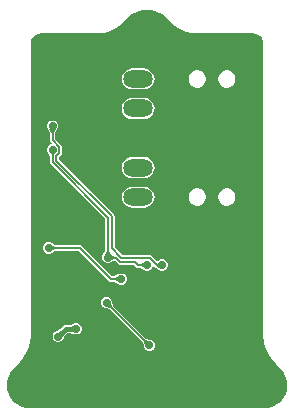
<source format=gbr>
%TF.GenerationSoftware,Altium Limited,Altium Designer,22.4.2 (48)*%
G04 Layer_Physical_Order=2*
G04 Layer_Color=15441517*
%FSLAX45Y45*%
%MOMM*%
%TF.SameCoordinates,536C032F-4EC3-470D-9469-351792C50264*%
%TF.FilePolarity,Positive*%
%TF.FileFunction,Copper,L2,Bot,Signal*%
%TF.Part,Single*%
G01*
G75*
%TA.AperFunction,Conductor*%
%ADD25C,0.12700*%
%ADD26C,0.20320*%
%ADD29C,0.38100*%
%TA.AperFunction,ComponentPad*%
G04:AMPARAMS|DCode=32|XSize=2.5mm|YSize=1.5mm|CornerRadius=0.75mm|HoleSize=0mm|Usage=FLASHONLY|Rotation=0.000|XOffset=0mm|YOffset=0mm|HoleType=Round|Shape=RoundedRectangle|*
%AMROUNDEDRECTD32*
21,1,2.50000,0.00000,0,0,0.0*
21,1,1.00000,1.50000,0,0,0.0*
1,1,1.50000,0.50000,0.00000*
1,1,1.50000,-0.50000,0.00000*
1,1,1.50000,-0.50000,0.00000*
1,1,1.50000,0.50000,0.00000*
%
%ADD32ROUNDEDRECTD32*%
G04:AMPARAMS|DCode=33|XSize=2.5mm|YSize=1.5mm|CornerRadius=0.75mm|HoleSize=0mm|Usage=FLASHONLY|Rotation=270.000|XOffset=0mm|YOffset=0mm|HoleType=Round|Shape=RoundedRectangle|*
%AMROUNDEDRECTD33*
21,1,2.50000,0.00000,0,0,270.0*
21,1,1.00000,1.50000,0,0,270.0*
1,1,1.50000,0.00000,-0.50000*
1,1,1.50000,0.00000,0.50000*
1,1,1.50000,0.00000,0.50000*
1,1,1.50000,0.00000,-0.50000*
%
%ADD33ROUNDEDRECTD33*%
%TA.AperFunction,ViaPad*%
%ADD34C,3.70000*%
%ADD35C,0.70000*%
G36*
X0Y185713D02*
X1786Y186452D01*
X44490Y182246D01*
X87271Y169269D01*
X126697Y148195D01*
X159868Y120973D01*
X160608Y119187D01*
X200095Y79700D01*
X200389Y79578D01*
X238442Y47077D01*
X281363Y20776D01*
X327869Y1512D01*
X376817Y-10239D01*
X426706Y-14166D01*
X427000Y-14288D01*
X900000D01*
X901018Y-13866D01*
X922328Y-16671D01*
X943134Y-25290D01*
X961001Y-38999D01*
X974710Y-56866D01*
X983328Y-77672D01*
X984617Y-87457D01*
X985712Y-100000D01*
X985712Y-100000D01*
X985713Y-112680D01*
Y-2448736D01*
Y-2573000D01*
X985834Y-2573295D01*
X989761Y-2623183D01*
X1001512Y-2672131D01*
X1020776Y-2718637D01*
X1047077Y-2761558D01*
X1079578Y-2799611D01*
X1079700Y-2799905D01*
X1089897Y-2810102D01*
X1089897Y-2810103D01*
X1119186Y-2839392D01*
X1120973Y-2840132D01*
X1148195Y-2873302D01*
X1169269Y-2912729D01*
X1182246Y-2955510D01*
X1186452Y-2998214D01*
X1185712Y-3000000D01*
X1186290Y-3001395D01*
X1182845Y-3036370D01*
X1172237Y-3071343D01*
X1155009Y-3103574D01*
X1131824Y-3131824D01*
X1103574Y-3155009D01*
X1071343Y-3172237D01*
X1036370Y-3182846D01*
X1001395Y-3186290D01*
X1000000Y-3185712D01*
X-1000000D01*
X-1001396Y-3186290D01*
X-1036371Y-3182846D01*
X-1071343Y-3172237D01*
X-1103574Y-3155009D01*
X-1131825Y-3131824D01*
X-1155009Y-3103574D01*
X-1172237Y-3071343D01*
X-1182846Y-3036370D01*
X-1185196Y-3012510D01*
X-1185712Y-3000000D01*
X-1185712D01*
X-1185390Y-2987433D01*
X-1182246Y-2955509D01*
X-1169269Y-2912729D01*
X-1148195Y-2873302D01*
X-1120973Y-2840132D01*
X-1119186Y-2839392D01*
X-1089897Y-2810103D01*
X-1079700Y-2799905D01*
X-1079700Y-2799905D01*
X-1079700Y-2799905D01*
X-1079578Y-2799611D01*
X-1047077Y-2761558D01*
X-1020776Y-2718637D01*
X-1001512Y-2672131D01*
X-989761Y-2623183D01*
X-985834Y-2573294D01*
X-985713Y-2573000D01*
Y-2448736D01*
Y-100000D01*
X-986134Y-98982D01*
X-983329Y-77672D01*
X-974711Y-56866D01*
X-961001Y-38999D01*
X-943134Y-25290D01*
X-922328Y-16671D01*
X-901018Y-13866D01*
X-900000Y-14288D01*
X-427000D01*
X-426706Y-14166D01*
X-376817Y-10239D01*
X-327870Y1512D01*
X-281363Y20776D01*
X-238442Y47077D01*
X-200389Y79578D01*
X-200095Y79700D01*
X-160608Y119186D01*
X-159868Y120973D01*
X-126698Y148195D01*
X-87271Y169269D01*
X-44490Y182246D01*
X-1786Y186452D01*
X0Y185713D01*
D02*
G37*
%LPC*%
G36*
X684571Y-327300D02*
X665429D01*
X646939Y-332254D01*
X630361Y-341826D01*
X616826Y-355361D01*
X607254Y-371939D01*
X602300Y-390429D01*
Y-409571D01*
X607254Y-428061D01*
X616826Y-444639D01*
X630361Y-458174D01*
X646939Y-467746D01*
X665429Y-472700D01*
X684571D01*
X703061Y-467746D01*
X719639Y-458174D01*
X733174Y-444639D01*
X742746Y-428061D01*
X747700Y-409571D01*
Y-390429D01*
X742746Y-371939D01*
X733174Y-355361D01*
X719639Y-341826D01*
X703061Y-332254D01*
X684571Y-327300D01*
D02*
G37*
G36*
X434571D02*
X415429D01*
X396939Y-332254D01*
X380361Y-341826D01*
X366826Y-355361D01*
X357254Y-371939D01*
X352300Y-390429D01*
Y-409571D01*
X357254Y-428061D01*
X366826Y-444639D01*
X380361Y-458174D01*
X396939Y-467746D01*
X415429Y-472700D01*
X434571D01*
X453061Y-467746D01*
X469639Y-458174D01*
X483174Y-444639D01*
X492746Y-428061D01*
X497700Y-409571D01*
Y-390429D01*
X492746Y-371939D01*
X483174Y-355361D01*
X469639Y-341826D01*
X453061Y-332254D01*
X434571Y-327300D01*
D02*
G37*
G36*
X-25000Y-311543D02*
X-125000D01*
X-147895Y-314557D01*
X-169229Y-323394D01*
X-187549Y-337452D01*
X-201606Y-355772D01*
X-210443Y-377106D01*
X-213457Y-400000D01*
X-210443Y-422894D01*
X-201606Y-444228D01*
X-187549Y-462548D01*
X-169229Y-476606D01*
X-147895Y-485443D01*
X-125000Y-488456D01*
X-25000D01*
X-2106Y-485443D01*
X19228Y-476606D01*
X37548Y-462548D01*
X51606Y-444228D01*
X60443Y-422894D01*
X63457Y-400000D01*
X60443Y-377106D01*
X51606Y-355772D01*
X37548Y-337452D01*
X19228Y-323394D01*
X-2106Y-314557D01*
X-25000Y-311543D01*
D02*
G37*
G36*
Y-561543D02*
X-125000D01*
X-147895Y-564557D01*
X-169229Y-573394D01*
X-187549Y-587452D01*
X-201606Y-605772D01*
X-210443Y-627106D01*
X-213457Y-650000D01*
X-210443Y-672894D01*
X-201606Y-694228D01*
X-187549Y-712548D01*
X-169229Y-726606D01*
X-147895Y-735443D01*
X-125000Y-738456D01*
X-25000D01*
X-2106Y-735443D01*
X19228Y-726606D01*
X37548Y-712548D01*
X51606Y-694228D01*
X60443Y-672894D01*
X63457Y-650000D01*
X60443Y-627106D01*
X51606Y-605772D01*
X37548Y-587452D01*
X19228Y-573394D01*
X-2106Y-564557D01*
X-25000Y-561543D01*
D02*
G37*
G36*
Y-1061543D02*
X-125000D01*
X-147895Y-1064557D01*
X-169229Y-1073394D01*
X-187549Y-1087452D01*
X-201606Y-1105772D01*
X-210443Y-1127106D01*
X-213457Y-1150000D01*
X-210443Y-1172894D01*
X-201606Y-1194228D01*
X-187549Y-1212548D01*
X-169229Y-1226606D01*
X-147895Y-1235443D01*
X-125000Y-1238457D01*
X-25000D01*
X-2106Y-1235443D01*
X19228Y-1226606D01*
X37548Y-1212548D01*
X51606Y-1194228D01*
X60443Y-1172894D01*
X63457Y-1150000D01*
X60443Y-1127106D01*
X51606Y-1105772D01*
X37548Y-1087452D01*
X19228Y-1073394D01*
X-2106Y-1064557D01*
X-25000Y-1061543D01*
D02*
G37*
G36*
X684571Y-1327300D02*
X665429D01*
X646939Y-1332254D01*
X630361Y-1341826D01*
X616826Y-1355361D01*
X607254Y-1371939D01*
X602300Y-1390429D01*
Y-1409571D01*
X607254Y-1428061D01*
X616826Y-1444639D01*
X630361Y-1458174D01*
X646939Y-1467746D01*
X665429Y-1472700D01*
X684571D01*
X703061Y-1467746D01*
X719639Y-1458174D01*
X733174Y-1444639D01*
X742746Y-1428061D01*
X747700Y-1409571D01*
Y-1390429D01*
X742746Y-1371939D01*
X733174Y-1355361D01*
X719639Y-1341826D01*
X703061Y-1332254D01*
X684571Y-1327300D01*
D02*
G37*
G36*
X434571D02*
X415429D01*
X396939Y-1332254D01*
X380361Y-1341826D01*
X366826Y-1355361D01*
X357254Y-1371939D01*
X352300Y-1390429D01*
Y-1409571D01*
X357254Y-1428061D01*
X366826Y-1444639D01*
X380361Y-1458174D01*
X396939Y-1467746D01*
X415429Y-1472700D01*
X434571D01*
X453061Y-1467746D01*
X469639Y-1458174D01*
X483174Y-1444639D01*
X492746Y-1428061D01*
X497700Y-1409571D01*
Y-1390429D01*
X492746Y-1371939D01*
X483174Y-1355361D01*
X469639Y-1341826D01*
X453061Y-1332254D01*
X434571Y-1327300D01*
D02*
G37*
G36*
X-25000Y-1311543D02*
X-125000D01*
X-147895Y-1314557D01*
X-169229Y-1323394D01*
X-187549Y-1337452D01*
X-201606Y-1355772D01*
X-210443Y-1377106D01*
X-213457Y-1400000D01*
X-210443Y-1422894D01*
X-201606Y-1444228D01*
X-187549Y-1462548D01*
X-169229Y-1476606D01*
X-147895Y-1485443D01*
X-125000Y-1488457D01*
X-25000D01*
X-2106Y-1485443D01*
X19228Y-1476606D01*
X37548Y-1462548D01*
X51606Y-1444228D01*
X60443Y-1422894D01*
X63457Y-1400000D01*
X60443Y-1377106D01*
X51606Y-1355772D01*
X37548Y-1337452D01*
X19228Y-1323394D01*
X-2106Y-1314557D01*
X-25000Y-1311543D01*
D02*
G37*
G36*
X-790512Y-752300D02*
X-809488D01*
X-827020Y-759562D01*
X-840438Y-772980D01*
X-847700Y-790512D01*
Y-809488D01*
X-840438Y-827020D01*
X-840135Y-827322D01*
X-840120Y-827479D01*
X-823308Y-859049D01*
Y-916398D01*
X-821534Y-925317D01*
X-816481Y-932879D01*
X-808793Y-940567D01*
X-813400Y-953921D01*
X-827020Y-959562D01*
X-840438Y-972980D01*
X-847700Y-990512D01*
Y-1009488D01*
X-840438Y-1027020D01*
X-840135Y-1027322D01*
X-840120Y-1027479D01*
X-823308Y-1059049D01*
Y-1106939D01*
X-821534Y-1115859D01*
X-816481Y-1123420D01*
X-355265Y-1584636D01*
Y-1853199D01*
X-372078Y-1884769D01*
X-372093Y-1884926D01*
X-372395Y-1885229D01*
X-379657Y-1902760D01*
Y-1921737D01*
X-372395Y-1939268D01*
X-358977Y-1952686D01*
X-341446Y-1959948D01*
X-322469D01*
X-304938Y-1952686D01*
X-304635Y-1952384D01*
X-304478Y-1952369D01*
X-275220Y-1936787D01*
X-247465Y-1964543D01*
X-239903Y-1969596D01*
X-230984Y-1971370D01*
X-110764D01*
X-90653Y-1991481D01*
X-83092Y-1996533D01*
X-74172Y-1998308D01*
X-59049D01*
X-27479Y-2015120D01*
X-27322Y-2015135D01*
X-27020Y-2015438D01*
X-9488Y-2022700D01*
X9488D01*
X27020Y-2015438D01*
X40438Y-2002020D01*
X45945Y-1988725D01*
X59433Y-1984252D01*
X66662Y-1991481D01*
X74224Y-1996534D01*
X75875Y-1996862D01*
X91896Y-2008322D01*
X93157Y-2008615D01*
X99980Y-2015438D01*
X117512Y-2022700D01*
X136488D01*
X154020Y-2015438D01*
X167438Y-2002020D01*
X174700Y-1984488D01*
Y-1965512D01*
X167438Y-1947980D01*
X154020Y-1934562D01*
X136488Y-1927300D01*
X117512D01*
X99980Y-1934562D01*
X93157Y-1941385D01*
X91896Y-1941678D01*
X86584Y-1945478D01*
X39666Y-1898561D01*
X32105Y-1893508D01*
X23185Y-1891734D01*
X-207652D01*
X-275630Y-1823757D01*
Y-1561305D01*
X-277404Y-1552385D01*
X-282456Y-1544824D01*
X-743672Y-1083608D01*
Y-1059893D01*
X-725659Y-1041880D01*
X-720606Y-1034318D01*
X-718832Y-1025399D01*
Y-974258D01*
X-720606Y-965339D01*
X-725659Y-957777D01*
X-776692Y-906744D01*
Y-859049D01*
X-759880Y-827479D01*
X-759864Y-827322D01*
X-759562Y-827020D01*
X-752300Y-809488D01*
Y-790512D01*
X-759562Y-772980D01*
X-772980Y-759562D01*
X-790512Y-752300D01*
D02*
G37*
G36*
X-824757Y-1783622D02*
X-843734D01*
X-861265Y-1790883D01*
X-874684Y-1804302D01*
X-881945Y-1821833D01*
Y-1840810D01*
X-874684Y-1858341D01*
X-861265Y-1871760D01*
X-843734Y-1879021D01*
X-824757D01*
X-807226Y-1871760D01*
X-806923Y-1871457D01*
X-806766Y-1871442D01*
X-775196Y-1854629D01*
X-578333D01*
X-321481Y-2111481D01*
X-313919Y-2116534D01*
X-305000Y-2118308D01*
X-275872D01*
X-244302Y-2135120D01*
X-244145Y-2135136D01*
X-243843Y-2135438D01*
X-226311Y-2142700D01*
X-207335D01*
X-189803Y-2135438D01*
X-176385Y-2122020D01*
X-169123Y-2104488D01*
Y-2085512D01*
X-176385Y-2067980D01*
X-189803Y-2054562D01*
X-207335Y-2047300D01*
X-226311D01*
X-243843Y-2054562D01*
X-244145Y-2054865D01*
X-244302Y-2054880D01*
X-275872Y-2071692D01*
X-295346D01*
X-552198Y-1814840D01*
X-559759Y-1809788D01*
X-568679Y-1808014D01*
X-775196D01*
X-806766Y-1791201D01*
X-806923Y-1791186D01*
X-807226Y-1790883D01*
X-824757Y-1783622D01*
D02*
G37*
G36*
X-592131Y-2467881D02*
X-611108D01*
X-627812Y-2474800D01*
X-655422Y-2483208D01*
X-686356D01*
X-698745Y-2485672D01*
X-709247Y-2492690D01*
X-737499Y-2520942D01*
X-762969Y-2534520D01*
X-779672Y-2541438D01*
X-793090Y-2554857D01*
X-800352Y-2572388D01*
Y-2591365D01*
X-793090Y-2608896D01*
X-779672Y-2622315D01*
X-762140Y-2629576D01*
X-743164D01*
X-725633Y-2622315D01*
X-712214Y-2608896D01*
X-705296Y-2592193D01*
X-691718Y-2566723D01*
X-672947Y-2547952D01*
X-655421D01*
X-627812Y-2556361D01*
X-611108Y-2563280D01*
X-592131D01*
X-574600Y-2556019D01*
X-561182Y-2542600D01*
X-553920Y-2525069D01*
Y-2506092D01*
X-561182Y-2488561D01*
X-574600Y-2475142D01*
X-592131Y-2467881D01*
D02*
G37*
G36*
X-333454Y-2246109D02*
X-352431D01*
X-369962Y-2253371D01*
X-383380Y-2266789D01*
X-390642Y-2284321D01*
Y-2303297D01*
X-383380Y-2320828D01*
X-369962Y-2334247D01*
X-352431Y-2341509D01*
X-351424D01*
X-350924Y-2341863D01*
X-313930Y-2350290D01*
X-36660Y-2627560D01*
X-28233Y-2664554D01*
X-27879Y-2665054D01*
Y-2666061D01*
X-20617Y-2683592D01*
X-7198Y-2697011D01*
X10333Y-2704272D01*
X29310D01*
X46841Y-2697011D01*
X60259Y-2683592D01*
X67521Y-2666061D01*
Y-2647084D01*
X60259Y-2629553D01*
X46841Y-2616134D01*
X29310Y-2608873D01*
X28303D01*
X27803Y-2608518D01*
X-9191Y-2600092D01*
X-286461Y-2322821D01*
X-294888Y-2285827D01*
X-295242Y-2285327D01*
Y-2284321D01*
X-302504Y-2266789D01*
X-315923Y-2253371D01*
X-333454Y-2246109D01*
D02*
G37*
%LPD*%
G36*
X-789840Y-854493D02*
X-810160D01*
X-827987Y-821017D01*
X-772013D01*
X-789840Y-854493D01*
D02*
G37*
G36*
X-306392Y-1886683D02*
X-277465Y-1902088D01*
Y-1922408D01*
X-310940Y-1940235D01*
Y-1891231D01*
X-359944D01*
X-342117Y-1857755D01*
X-321797D01*
X-306392Y-1886683D01*
D02*
G37*
G36*
X99894Y-1997142D02*
X83143Y-1985160D01*
Y-1964840D01*
X99894Y-1952859D01*
Y-1997142D01*
D02*
G37*
G36*
X-21017Y-2002987D02*
X-54493Y-1985160D01*
Y-1964840D01*
X-21017Y-1947013D01*
Y-2002987D01*
D02*
G37*
G36*
X-779753Y-1821161D02*
Y-1841481D01*
X-813228Y-1859308D01*
Y-1803334D01*
X-779753Y-1821161D01*
D02*
G37*
G36*
X-237841Y-2122987D02*
X-271316Y-2105160D01*
Y-2084840D01*
X-237841Y-2067013D01*
Y-2122987D01*
D02*
G37*
G36*
X-622637Y-2543567D02*
X-651981Y-2534630D01*
Y-2496530D01*
X-622637Y-2487593D01*
Y-2543567D01*
D02*
G37*
G36*
X-703571Y-2559736D02*
X-718001Y-2586805D01*
X-757581Y-2547225D01*
X-730512Y-2532795D01*
X-703571Y-2559736D01*
D02*
G37*
G36*
X-299265Y-2328506D02*
X-308245Y-2337486D01*
X-347871Y-2328460D01*
X-308291Y-2288880D01*
X-299265Y-2328506D01*
D02*
G37*
G36*
X24750Y-2621921D02*
X-14830Y-2661501D01*
X-23856Y-2621875D01*
X-14876Y-2612895D01*
X24750Y-2621921D01*
D02*
G37*
D25*
X-342942Y-2293809D02*
X19821Y-2656573D01*
D26*
X-766980Y-1093262D02*
X-298937Y-1561305D01*
X-766980Y-1093262D02*
Y-1050239D01*
X-298937Y-1833411D02*
Y-1569578D01*
Y-1561305D01*
X-331957Y-1912248D02*
Y-1574982D01*
X-800000Y-1106939D02*
Y-1000000D01*
Y-1106939D02*
X-331957Y-1574982D01*
X-766980Y-1050239D02*
X-742140Y-1025399D01*
Y-974258D01*
X-800000Y-916398D02*
X-742140Y-974258D01*
X-800000Y-916398D02*
Y-800000D01*
X-217306Y-1915042D02*
X23185D01*
X83143Y-1975000D02*
X127000D01*
X23185Y-1915042D02*
X83143Y-1975000D01*
X-834245Y-1831321D02*
X-568679D01*
X-305000Y-2095000D01*
X-216823D01*
X-298937Y-1833411D02*
X-217306Y-1915042D01*
X-266797Y-1912248D02*
X-230984Y-1948062D01*
X-331957Y-1912248D02*
X-266797D01*
X-230984Y-1948062D02*
X-101110D01*
X-74172Y-1975000D01*
X0D01*
D29*
X-686356Y-2515580D02*
X-601620D01*
X-752652Y-2581876D02*
X-686356Y-2515580D01*
D32*
X-75000Y-650000D02*
D03*
Y-1150000D02*
D03*
Y-1400000D02*
D03*
Y-400000D02*
D03*
D33*
X425000Y-900000D02*
D03*
D34*
X0Y0D02*
D03*
X-1000000Y-3000000D02*
D03*
X1000000D02*
D03*
D35*
X-117160Y-2659334D02*
D03*
X-12610Y-2835610D02*
D03*
X-449990Y-2649990D02*
D03*
X-550010Y-2650010D02*
D03*
X-630785Y-2365583D02*
D03*
X-751818D02*
D03*
X-429200Y-1564000D02*
D03*
Y-1665601D02*
D03*
X-200000Y-1600000D02*
D03*
X-899990Y-400010D02*
D03*
X-205898Y-2251806D02*
D03*
X140580Y-2455400D02*
D03*
X190600Y-2276800D02*
D03*
X370000Y-2387500D02*
D03*
X400000Y-2500000D02*
D03*
X700000D02*
D03*
X-752652Y-2581876D02*
D03*
X-834245Y-1831321D02*
D03*
X-216823Y-2095000D02*
D03*
X-331957Y-1912248D02*
D03*
X127000Y-1975000D02*
D03*
X0Y-1975000D02*
D03*
X-800000Y-800000D02*
D03*
Y-1000000D02*
D03*
X-342942Y-2293809D02*
D03*
X19821Y-2656573D02*
D03*
X-601620Y-2515580D02*
D03*
%TF.MD5,cd7cc8da8ec6d817dcbbf22853d4a004*%
M02*

</source>
